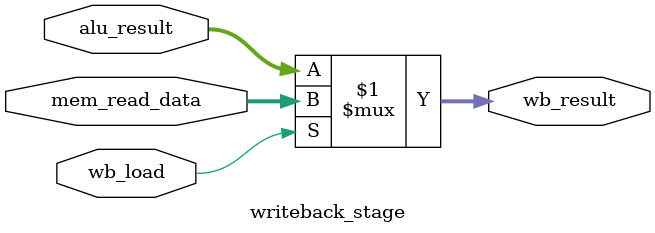
<source format=v>
module writeback_stage(
    input wb_load,
    input [31:0] mem_read_data,
    input [31:0] alu_result,

    output [31:0] wb_result
);
    assign wb_result = wb_load ? mem_read_data : alu_result;

endmodule

</source>
